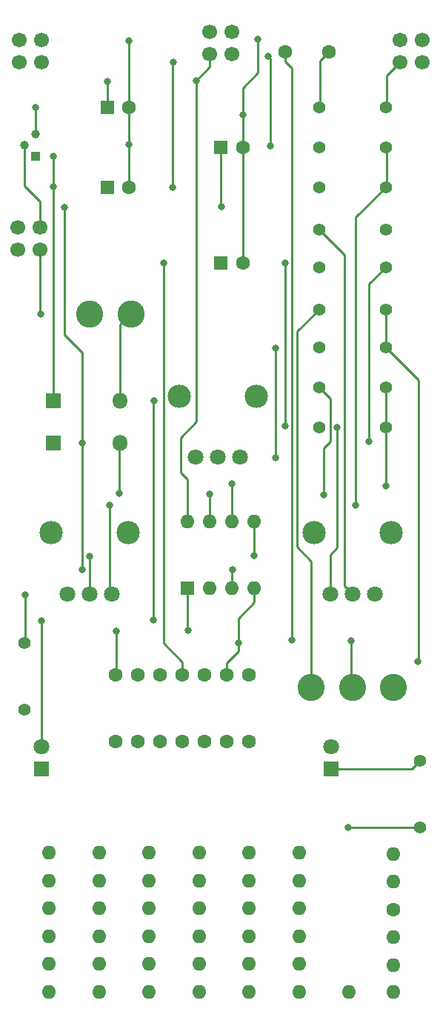
<source format=gbr>
G04 #@! TF.GenerationSoftware,KiCad,Pcbnew,(5.0.0-rc2-dev-311-g1dd4af297)*
G04 #@! TF.CreationDate,2018-03-30T01:51:19-07:00*
G04 #@! TF.ProjectId,workshop_drum1.1,776F726B73686F705F6472756D312E31,rev?*
G04 #@! TF.SameCoordinates,Original*
G04 #@! TF.FileFunction,Copper,L2,Bot,Signal*
G04 #@! TF.FilePolarity,Positive*
%FSLAX46Y46*%
G04 Gerber Fmt 4.6, Leading zero omitted, Abs format (unit mm)*
G04 Created by KiCad (PCBNEW (5.0.0-rc2-dev-311-g1dd4af297)) date 03/30/18 01:51:19*
%MOMM*%
%LPD*%
G01*
G04 APERTURE LIST*
%ADD10C,1.600000*%
%ADD11O,1.600000X1.600000*%
%ADD12C,1.700000*%
%ADD13C,1.397000*%
%ADD14R,1.600000X1.600000*%
%ADD15R,1.800000X1.800000*%
%ADD16C,1.800000*%
%ADD17O,1.800000X1.800000*%
%ADD18R,1.000000X1.000000*%
%ADD19C,1.000000*%
%ADD20C,2.667000*%
%ADD21C,1.803400*%
%ADD22C,3.100000*%
%ADD23C,0.800000*%
%ADD24C,0.250000*%
G04 APERTURE END LIST*
D10*
X148590000Y-121285000D03*
X148590000Y-113665000D03*
D11*
X167640000Y-149860000D03*
X128270000Y-149860000D03*
X133985000Y-149860000D03*
X139700000Y-149860000D03*
X145415000Y-149860000D03*
X151130000Y-149860000D03*
X133985000Y-143510000D03*
X133985000Y-133985000D03*
X133985000Y-140335000D03*
X133985000Y-146685000D03*
X133985000Y-137160000D03*
X128270000Y-133985000D03*
X128270000Y-146685000D03*
X128270000Y-143510000D03*
X128270000Y-140335000D03*
X128270000Y-137160000D03*
X145415000Y-143510000D03*
X145415000Y-133985000D03*
X139700000Y-137160000D03*
X145415000Y-146685000D03*
X139700000Y-133985000D03*
X145415000Y-137160000D03*
X139700000Y-146685000D03*
X139700000Y-143510000D03*
X145415000Y-140335000D03*
X139700000Y-140335000D03*
X151130000Y-146685000D03*
X151130000Y-133985000D03*
X151130000Y-143510000D03*
X151130000Y-140335000D03*
X156845000Y-143510000D03*
X156845000Y-146685000D03*
X156845000Y-137160000D03*
X156845000Y-133985000D03*
X156845000Y-140335000D03*
X151130000Y-137160000D03*
X162560000Y-149860000D03*
X156845000Y-149860000D03*
D10*
X135890000Y-121285000D03*
X138430000Y-121285000D03*
X140970000Y-121285000D03*
X143510000Y-121285000D03*
X146050000Y-121285000D03*
X151130000Y-121285000D03*
X135890000Y-113665000D03*
X138430000Y-113665000D03*
X140970000Y-113665000D03*
X143510000Y-113665000D03*
X146050000Y-113665000D03*
X151130000Y-113665000D03*
D12*
X127436000Y-43670000D03*
X127436000Y-41130000D03*
X124896000Y-41130000D03*
X124896000Y-43670000D03*
X149206000Y-40130000D03*
X146666000Y-40130000D03*
X146666000Y-42670000D03*
X149206000Y-42670000D03*
X170942000Y-43670000D03*
X170942000Y-41130000D03*
X168402000Y-41130000D03*
X168402000Y-43670000D03*
D13*
X159126000Y-71882000D03*
X166746000Y-71882000D03*
D14*
X144126000Y-103710000D03*
D11*
X151746000Y-96090000D03*
X146666000Y-103710000D03*
X149206000Y-96090000D03*
X149206000Y-103710000D03*
X146666000Y-96090000D03*
X151746000Y-103710000D03*
X144126000Y-96090000D03*
D12*
X127254000Y-65024000D03*
X127254000Y-62484000D03*
X124714000Y-62484000D03*
X124714000Y-65024000D03*
D11*
X167640000Y-134112000D03*
X167640000Y-143637000D03*
X167640000Y-137287000D03*
D10*
X167640000Y-140462000D03*
D11*
X167640000Y-146812000D03*
D15*
X127436000Y-124400000D03*
D16*
X127436000Y-121860000D03*
X160528000Y-121860000D03*
D15*
X160528000Y-124400000D03*
D10*
X160274000Y-42418000D03*
X155274000Y-42418000D03*
X137436000Y-57912000D03*
D14*
X134936000Y-57912000D03*
X147936000Y-53340000D03*
D10*
X150436000Y-53340000D03*
X137436000Y-48768000D03*
D14*
X134936000Y-48768000D03*
X147936000Y-66548000D03*
D10*
X150436000Y-66548000D03*
D17*
X136398000Y-87122000D03*
D15*
X128778000Y-87122000D03*
X128778000Y-82296000D03*
D17*
X136398000Y-82296000D03*
D13*
X170688000Y-123444000D03*
X170688000Y-131064000D03*
X159126000Y-48768000D03*
X166746000Y-48768000D03*
X166746000Y-67056000D03*
X159126000Y-67056000D03*
X166746000Y-62738000D03*
X159126000Y-62738000D03*
X166746000Y-80772000D03*
X159126000Y-80772000D03*
X125476000Y-117602000D03*
X125476000Y-109982000D03*
X159126000Y-85344000D03*
X166746000Y-85344000D03*
X166746000Y-53340000D03*
X159126000Y-53340000D03*
X159126000Y-57912000D03*
X166746000Y-57912000D03*
X166746000Y-76200000D03*
X159126000Y-76200000D03*
D18*
X126746000Y-54356000D03*
D19*
X126746000Y-51816000D03*
X125476000Y-53086000D03*
D20*
X167330363Y-97401843D03*
X158541963Y-97401843D03*
D21*
X160396163Y-104412243D03*
X162936163Y-104412243D03*
X165476163Y-104412243D03*
X150114163Y-88800243D03*
X147574163Y-88800243D03*
X145034163Y-88800243D03*
D20*
X143179963Y-81789843D03*
X151968363Y-81789843D03*
X137330363Y-97401843D03*
X128541963Y-97401843D03*
D21*
X130396163Y-104412243D03*
X132936163Y-104412243D03*
X135476163Y-104412243D03*
D22*
X167636000Y-115062000D03*
X162936000Y-115062000D03*
X158236000Y-115062000D03*
X132936000Y-72400000D03*
X137636000Y-72400000D03*
D23*
X127296000Y-72410000D03*
X140256000Y-82300000D03*
X140216000Y-107380000D03*
X127416000Y-107500000D03*
X156006000Y-109700000D03*
X162814000Y-109728000D03*
X162466000Y-131064000D03*
X161206000Y-85340000D03*
X155250990Y-85230000D03*
X155250990Y-66570000D03*
X137406000Y-41160000D03*
X154156000Y-88860000D03*
X154156000Y-76340000D03*
X164866000Y-86960000D03*
X142476000Y-43610000D03*
X159671153Y-93040000D03*
X130026002Y-60190000D03*
X132056000Y-87160000D03*
X170426000Y-112090000D03*
X153336000Y-42970000D03*
X153566000Y-53230000D03*
X145126002Y-45720000D03*
X126736000Y-48780000D03*
X134946002Y-45860000D03*
X149926000Y-109990000D03*
X150436000Y-49670000D03*
X125526000Y-104550000D03*
X137436000Y-53070000D03*
X152166000Y-41020000D03*
X151746000Y-100060000D03*
X132896000Y-100090000D03*
X135196000Y-94250000D03*
X163346000Y-94250000D03*
X142406000Y-57940000D03*
X128778000Y-57820000D03*
X128746000Y-54360000D03*
X166786000Y-92030000D03*
X149166000Y-91780000D03*
X136336000Y-92880000D03*
X146666000Y-93030000D03*
X148016000Y-60150000D03*
X132055998Y-101610000D03*
X149236000Y-101610000D03*
X141336000Y-66550000D03*
X135936000Y-108640000D03*
X144196000Y-108570000D03*
D24*
X127254000Y-72368000D02*
X127296000Y-72410000D01*
X127254000Y-65024000D02*
X127254000Y-72368000D01*
X140216000Y-82340000D02*
X140256000Y-82300000D01*
X140216000Y-107380000D02*
X140216000Y-82340000D01*
X127436000Y-107520000D02*
X127416000Y-107500000D01*
X127436000Y-121860000D02*
X127436000Y-107520000D01*
X136398000Y-82296000D02*
X136398000Y-73638000D01*
X136398000Y-73638000D02*
X137636000Y-72400000D01*
X155274000Y-43549370D02*
X155996000Y-44271370D01*
X155274000Y-42418000D02*
X155274000Y-43549370D01*
X155996000Y-44271370D02*
X155996000Y-109124315D01*
X155996000Y-109124315D02*
X156006000Y-109134315D01*
X156006000Y-109134315D02*
X156006000Y-109700000D01*
X162814000Y-109728000D02*
X162814000Y-114940000D01*
X162814000Y-114940000D02*
X162936000Y-115062000D01*
X158236000Y-100660000D02*
X156606000Y-99030000D01*
X158236000Y-115062000D02*
X158236000Y-100660000D01*
X156606000Y-99030000D02*
X156606000Y-74402000D01*
X156606000Y-74402000D02*
X159126000Y-71882000D01*
X145126002Y-45720000D02*
X146666000Y-44180002D01*
X146666000Y-44180002D02*
X146666000Y-42670000D01*
X149926000Y-107190000D02*
X151746000Y-105370000D01*
X149926000Y-109990000D02*
X149926000Y-107190000D01*
X151746000Y-105370000D02*
X151746000Y-103710000D01*
X148590000Y-112316000D02*
X149926000Y-110980000D01*
X148590000Y-113665000D02*
X148590000Y-112316000D01*
X149926000Y-110980000D02*
X149926000Y-109990000D01*
X162466000Y-131064000D02*
X170688000Y-131064000D01*
X160396163Y-99939837D02*
X161206000Y-99130000D01*
X160396163Y-104412243D02*
X160396163Y-99939837D01*
X161206000Y-99130000D02*
X161206000Y-85905685D01*
X161206000Y-85905685D02*
X161206000Y-85340000D01*
X155250990Y-67135685D02*
X155250990Y-85230000D01*
X155250990Y-66570000D02*
X155250990Y-67135685D01*
X137406000Y-41160000D02*
X137406000Y-48738000D01*
X154156000Y-76340000D02*
X154156000Y-88860000D01*
X164866000Y-68936000D02*
X164866000Y-86960000D01*
X166746000Y-67056000D02*
X164866000Y-68936000D01*
X162034464Y-65646464D02*
X162034464Y-103510544D01*
X159126000Y-62738000D02*
X162034464Y-65646464D01*
X162034464Y-103510544D02*
X162936163Y-104412243D01*
X160528000Y-124400000D02*
X169732000Y-124400000D01*
X169732000Y-124400000D02*
X170688000Y-123444000D01*
X142406000Y-43680000D02*
X142476000Y-43610000D01*
X146666000Y-42400000D02*
X146666001Y-43602082D01*
X160416000Y-82062000D02*
X160416000Y-86980000D01*
X159126000Y-80772000D02*
X160416000Y-82062000D01*
X160416000Y-86980000D02*
X159671153Y-87724847D01*
X159671153Y-87724847D02*
X159671153Y-93040000D01*
X132056000Y-76850000D02*
X130026002Y-74820002D01*
X132056000Y-87160000D02*
X132056000Y-76850000D01*
X130026002Y-74820002D02*
X130026002Y-60755685D01*
X130026002Y-60755685D02*
X130026002Y-60190000D01*
X132056000Y-87160000D02*
X132056000Y-101609998D01*
X132056000Y-101609998D02*
X132055998Y-101610000D01*
X170506000Y-112010000D02*
X170426000Y-112090000D01*
X170506000Y-79960000D02*
X170506000Y-112010000D01*
X166746000Y-76200000D02*
X170506000Y-79960000D01*
X153566000Y-53230000D02*
X153566000Y-43200000D01*
X153566000Y-43200000D02*
X153336000Y-42970000D01*
X144126000Y-91330000D02*
X143326001Y-90530001D01*
X144126000Y-96090000D02*
X144126000Y-91330000D01*
X143326001Y-90530001D02*
X143326001Y-86529999D01*
X143326001Y-86529999D02*
X145126002Y-84729998D01*
X145126002Y-84729998D02*
X145126002Y-46285685D01*
X145126002Y-46285685D02*
X145126002Y-45720000D01*
X126746000Y-48790000D02*
X126736000Y-48780000D01*
X126746000Y-51816000D02*
X126746000Y-48790000D01*
X134936000Y-45870002D02*
X134946002Y-45860000D01*
X134936000Y-48768000D02*
X134936000Y-45870002D01*
X152166000Y-44850000D02*
X150436000Y-46580000D01*
X152166000Y-41020000D02*
X152166000Y-44850000D01*
X150436000Y-46580000D02*
X150436000Y-49670000D01*
X137406000Y-48738000D02*
X137436000Y-48768000D01*
X127254000Y-59568000D02*
X125476000Y-57790000D01*
X127254000Y-62484000D02*
X127254000Y-59568000D01*
X125476000Y-57790000D02*
X125476000Y-53086000D01*
X159126000Y-85344000D02*
X159010000Y-85344000D01*
X125526000Y-104550000D02*
X125526000Y-109932000D01*
X125526000Y-109932000D02*
X125476000Y-109982000D01*
X137436000Y-48768000D02*
X137436000Y-49899370D01*
X137436000Y-49899370D02*
X137436000Y-53070000D01*
X137436000Y-57912000D02*
X137436000Y-56780630D01*
X137436000Y-56780630D02*
X137436000Y-53070000D01*
X150436000Y-49670000D02*
X150436000Y-53340000D01*
X150436000Y-66548000D02*
X150436000Y-53340000D01*
X151746000Y-96090000D02*
X151746000Y-100060000D01*
X132896000Y-100090000D02*
X132896000Y-104372080D01*
X132896000Y-104372080D02*
X132936163Y-104412243D01*
X135196000Y-94250000D02*
X135196000Y-104132080D01*
X135196000Y-104132080D02*
X135476163Y-104412243D01*
X163346000Y-61312000D02*
X163346000Y-94250000D01*
X166746000Y-57912000D02*
X163346000Y-61312000D01*
X166878000Y-57912000D02*
X166878000Y-56924172D01*
X166878000Y-56924172D02*
X166878000Y-53340000D01*
X166878000Y-48768000D02*
X166878000Y-45194000D01*
X166878000Y-45194000D02*
X168402000Y-43670000D01*
X142406000Y-57940000D02*
X142406000Y-43680000D01*
X128778000Y-57820000D02*
X128778000Y-54392000D01*
X128778000Y-82296000D02*
X128778000Y-57820000D01*
X128778000Y-54392000D02*
X128746000Y-54360000D01*
X166786000Y-92030000D02*
X166786000Y-85384000D01*
X166786000Y-85384000D02*
X166746000Y-85344000D01*
X149206000Y-91820000D02*
X149166000Y-91780000D01*
X149206000Y-96090000D02*
X149206000Y-91820000D01*
X166746000Y-85344000D02*
X166746000Y-84356172D01*
X166746000Y-84356172D02*
X166746000Y-80772000D01*
X136336000Y-92880000D02*
X136336000Y-87184000D01*
X136336000Y-87184000D02*
X136398000Y-87122000D01*
X146666000Y-96090000D02*
X146666000Y-93030000D01*
X147936000Y-60070000D02*
X148016000Y-60150000D01*
X147936000Y-53340000D02*
X147936000Y-60070000D01*
X149206000Y-101640000D02*
X149236000Y-101610000D01*
X149206000Y-103710000D02*
X149206000Y-101640000D01*
X141336000Y-110030000D02*
X143510000Y-112204000D01*
X141336000Y-66550000D02*
X141336000Y-110030000D01*
X143510000Y-112204000D02*
X143510000Y-113665000D01*
X159258000Y-48768000D02*
X159258000Y-43434000D01*
X159258000Y-43434000D02*
X160274000Y-42418000D01*
X166746000Y-76200000D02*
X166746000Y-71882000D01*
X135936000Y-108640000D02*
X135936000Y-113619000D01*
X135936000Y-113619000D02*
X135890000Y-113665000D01*
X144126000Y-108500000D02*
X144196000Y-108570000D01*
X144126000Y-103710000D02*
X144126000Y-108500000D01*
M02*

</source>
